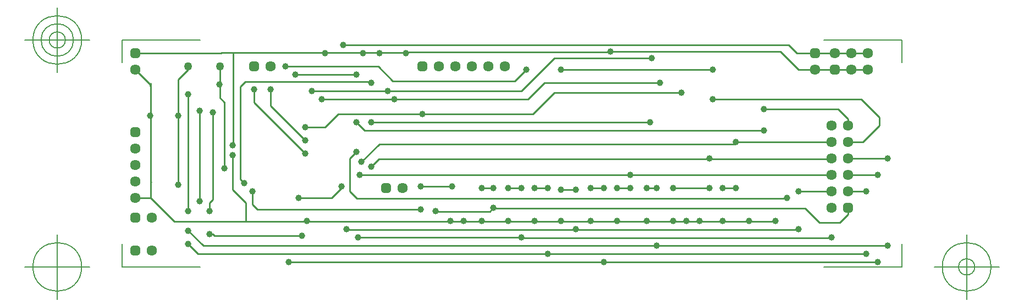
<source format=gbr>
G04 Generated by Ultiboard 11.0 *
%FSLAX25Y25*%
%MOIN*%

%ADD10C,0.01000*%
%ADD11C,0.00500*%
%ADD12C,0.03937*%
%ADD13C,0.06334*%
%ADD14R,0.02083X0.02083*%
%ADD15C,0.03917*%
%ADD16C,0.05000*%


G04 ColorRGB 0000FF for the following layer *
%LNCopper Bottom*%
%LPD*%
%FSLAX25Y25*%
%MOIN*%
G54D10*
X172350Y130450D02*
X295750Y130450D01*
X414000Y35600D02*
X225250Y35600D01*
X320000Y88000D02*
X151000Y88000D01*
X262000Y127000D02*
X242000Y107000D01*
X155750Y74750D02*
X370750Y74750D01*
X242250Y17750D02*
X429500Y17750D01*
X101000Y3000D02*
X292000Y3000D01*
X144000Y56000D02*
X308000Y56000D01*
X155700Y65700D02*
X429700Y65700D01*
X250000Y48000D02*
X258000Y48000D01*
X142250Y41700D02*
X402700Y41700D01*
X136000Y22750D02*
X409750Y22750D01*
X49200Y12800D02*
X323750Y12800D01*
X46000Y8000D02*
X258000Y8000D01*
X31500Y27700D02*
X395700Y27700D01*
X389000Y83000D02*
X146900Y83000D01*
X256000Y112000D02*
X246000Y102000D01*
X261900Y105900D02*
X249000Y93000D01*
X134000Y135000D02*
X403900Y135000D01*
X155150Y121850D02*
X99200Y121850D01*
X142000Y117000D02*
X105000Y117000D01*
X82000Y35000D02*
X181000Y35000D01*
X107000Y42000D02*
X127000Y42000D01*
X127000Y42000D02*
X133000Y48000D01*
X60300Y130300D02*
X172000Y130300D01*
X131000Y93000D02*
X123000Y85000D01*
X121000Y102000D02*
X246000Y102000D01*
X160850Y106850D02*
X115000Y106850D01*
X74500Y112550D02*
X150450Y112550D01*
X67100Y74100D02*
X67100Y129900D01*
X109000Y19000D02*
X56000Y19000D01*
X59167Y102833D02*
X62000Y100000D01*
X62000Y100000D02*
X62000Y60000D01*
X40000Y105000D02*
X40000Y34000D01*
X47000Y40000D02*
X47000Y95000D01*
X55000Y94000D02*
X55000Y41000D01*
X34000Y92000D02*
X34000Y50000D01*
X17400Y41800D02*
X17400Y111450D01*
X17400Y41800D02*
X31500Y27700D01*
X17400Y42450D02*
X16950Y42000D01*
X16950Y42000D02*
X8000Y42000D01*
X17400Y42450D02*
X17400Y51400D01*
X17550Y51550D02*
X17650Y51550D01*
X17550Y51550D02*
X17400Y51400D01*
X49200Y12800D02*
X40000Y22000D01*
X40000Y14000D02*
X46000Y8000D01*
X56000Y19000D02*
X55000Y20000D01*
X55000Y20000D02*
X53000Y20000D01*
X55000Y41000D02*
X53000Y39000D01*
X53000Y39000D02*
X53000Y34000D01*
X8000Y120000D02*
X17000Y111000D01*
X17000Y111000D02*
X17000Y110000D01*
X34000Y114000D02*
X34000Y92000D01*
X40000Y122000D02*
X40000Y120000D01*
X40000Y120000D02*
X34000Y114000D01*
X59167Y102833D02*
X59167Y122000D01*
X67000Y47000D02*
X67000Y68000D01*
X71500Y53300D02*
X71500Y109550D01*
X75000Y39000D02*
X75000Y28000D01*
X82000Y35000D02*
X79000Y38000D01*
X79000Y38000D02*
X79000Y46000D01*
X67000Y47000D02*
X75000Y39000D01*
X73800Y50950D02*
X73800Y51000D01*
X71500Y53300D02*
X73800Y51000D01*
X111000Y77000D02*
X90000Y98000D01*
X111000Y69000D02*
X80000Y100000D01*
X67100Y74100D02*
X67000Y74000D01*
X80000Y100000D02*
X80000Y108000D01*
X71500Y109550D02*
X74500Y112550D01*
X90000Y98000D02*
X90000Y108000D01*
X123000Y85000D02*
X111000Y85000D01*
X8000Y130000D02*
X60000Y130000D01*
X60300Y130300D02*
X60000Y130000D01*
X242000Y107000D02*
X161000Y107000D01*
X238000Y113000D02*
X164000Y113000D01*
X222750Y33750D02*
X189850Y33750D01*
X200000Y49000D02*
X181000Y49000D01*
X143000Y18100D02*
X241900Y18100D01*
X131000Y93000D02*
X249000Y93000D01*
X155750Y74750D02*
X145000Y64000D01*
X155700Y65700D02*
X151000Y61000D01*
X138000Y45950D02*
X138000Y66000D01*
X142250Y41700D02*
X138000Y45950D01*
X133000Y48000D02*
X133000Y49000D01*
X164000Y113000D02*
X155150Y121850D01*
X138000Y66000D02*
X142000Y70000D01*
X142000Y88000D02*
X147000Y83000D01*
X150450Y112550D02*
X151000Y112000D01*
X160850Y106850D02*
X161000Y107000D01*
X218000Y48000D02*
X225000Y48000D01*
X242250Y17750D02*
X241900Y18100D01*
X234000Y48000D02*
X242000Y48000D01*
X225000Y35850D02*
X224950Y35850D01*
X225250Y35600D02*
X225000Y35850D01*
X222750Y33750D02*
X225000Y36000D01*
X245000Y120000D02*
X238000Y113000D01*
X172350Y130450D02*
X172100Y130200D01*
X172100Y130200D02*
X172000Y130300D01*
X358000Y102000D02*
X448000Y102000D01*
X308000Y56000D02*
X430000Y56000D01*
X372000Y76000D02*
X430000Y76000D01*
X258000Y8000D02*
X451000Y8000D01*
X292000Y3000D02*
X458000Y3000D01*
X324000Y13050D02*
X463950Y13050D01*
X296000Y131000D02*
X399000Y131000D01*
X321000Y127000D02*
X262000Y127000D01*
X256000Y112000D02*
X326000Y112000D01*
X358000Y120000D02*
X267000Y120000D01*
X339100Y105900D02*
X261900Y105900D01*
X284000Y48000D02*
X292000Y48000D01*
X266000Y47000D02*
X275000Y47000D01*
X300000Y48000D02*
X308000Y48000D01*
X334000Y48000D02*
X356000Y48000D01*
X323750Y12800D02*
X324000Y13050D01*
X318000Y48000D02*
X324000Y48000D01*
X364000Y48000D02*
X372000Y48000D01*
X370750Y74750D02*
X372000Y76000D01*
X399000Y131000D02*
X410000Y120000D01*
X449000Y76000D02*
X440000Y76000D01*
X434000Y96000D02*
X440000Y90000D01*
X440000Y86000D02*
X440000Y90000D01*
X440000Y66000D02*
X464000Y66000D01*
X440000Y56000D02*
X458000Y56000D01*
X440000Y46000D02*
X451000Y46000D01*
X435000Y27000D02*
X440000Y32000D01*
X440000Y32000D02*
X440000Y36000D01*
X410000Y120000D02*
X452000Y120000D01*
X430000Y46000D02*
X410000Y46000D01*
X409750Y22750D02*
X410000Y23000D01*
X395700Y27700D02*
X396000Y28000D01*
X402700Y41700D02*
X403000Y42000D01*
X414000Y35600D02*
X422600Y27000D01*
X422600Y27000D02*
X435000Y27000D01*
X389000Y96000D02*
X434000Y96000D01*
X429700Y65700D02*
X430000Y66000D01*
X463950Y13050D02*
X464000Y13000D01*
X448000Y102000D02*
X459000Y91000D01*
X459000Y86000D02*
X449000Y76000D01*
X459000Y91000D02*
X459000Y86000D01*
X408900Y130000D02*
X452000Y130000D01*
X403900Y135000D02*
X408900Y130000D01*
G54D11*
X0Y0D02*
X0Y13797D01*
X0Y0D02*
X47244Y0D01*
X472441Y0D02*
X425197Y0D01*
X472441Y0D02*
X472441Y13797D01*
X472441Y137969D02*
X472441Y124172D01*
X472441Y137969D02*
X425197Y137969D01*
X0Y137969D02*
X47244Y137969D01*
X0Y137969D02*
X0Y124172D01*
X-19685Y0D02*
X-59055Y0D01*
X-39370Y-19685D02*
X-39370Y19685D01*
X-54134Y0D02*
G75*
D01*
G02X-54134Y0I14764J0*
G01*
X492126Y0D02*
X531496Y0D01*
X511811Y-19685D02*
X511811Y19685D01*
X497047Y0D02*
G75*
D01*
G02X497047Y0I14764J0*
G01*
X506890Y0D02*
G75*
D01*
G02X506890Y0I4921J0*
G01*
X-19685Y137969D02*
X-59055Y137969D01*
X-39370Y118283D02*
X-39370Y157654D01*
X-54134Y137969D02*
G75*
D01*
G02X-54134Y137969I14764J0*
G01*
X-49213Y137969D02*
G75*
D01*
G02X-49213Y137969I9843J0*
G01*
X-44291Y137969D02*
G75*
D01*
G02X-44291Y137969I4921J0*
G01*
G54D12*
X250000Y28000D03*
X250000Y48000D03*
X62000Y60000D03*
X34000Y50000D03*
X40000Y34000D03*
X53000Y34000D03*
X40000Y14000D03*
X40000Y22000D03*
X53000Y20000D03*
X47000Y40000D03*
X34000Y92000D03*
X17000Y92000D03*
X47000Y95000D03*
X55000Y94000D03*
X40000Y105000D03*
X59000Y111000D03*
X79000Y46000D03*
X74000Y51000D03*
X112000Y28000D03*
X109000Y19000D03*
X101000Y3000D03*
X107000Y42000D03*
X67000Y74000D03*
X67000Y68000D03*
X80000Y108000D03*
X90000Y108000D03*
X111000Y85000D03*
X111000Y77000D03*
X111000Y69000D03*
X99000Y122000D03*
X105000Y117000D03*
X115000Y107000D03*
X121000Y102000D03*
X123000Y130000D03*
X190000Y34000D03*
X151000Y61000D03*
X145000Y64000D03*
X143000Y18000D03*
X136000Y23000D03*
X144000Y56000D03*
X133000Y49000D03*
X181000Y49000D03*
X181000Y35000D03*
X142000Y70000D03*
X142000Y88000D03*
X151000Y88000D03*
X142000Y117000D03*
X151000Y112000D03*
X182000Y93000D03*
X161000Y107000D03*
X165000Y102000D03*
X218000Y28000D03*
X218000Y48000D03*
X207000Y28000D03*
X199000Y28000D03*
X200000Y49000D03*
X234000Y28000D03*
X242000Y18000D03*
X234000Y48000D03*
X225000Y48000D03*
X225000Y36000D03*
X242000Y48000D03*
X245000Y120000D03*
X156000Y130000D03*
X134000Y135000D03*
X146000Y130000D03*
X172000Y130000D03*
X380000Y28000D03*
X321000Y127000D03*
X284000Y28000D03*
X284000Y48000D03*
X266000Y28000D03*
X258000Y8000D03*
X275000Y23000D03*
X266000Y47000D03*
X258000Y48000D03*
X275000Y47000D03*
X300000Y28000D03*
X292000Y3000D03*
X300000Y48000D03*
X292000Y48000D03*
X308000Y48000D03*
X308000Y56000D03*
X266000Y120000D03*
X324000Y13000D03*
X318000Y28000D03*
X342000Y28000D03*
X334000Y28000D03*
X318000Y48000D03*
X324000Y48000D03*
X334000Y48000D03*
X364000Y28000D03*
X350000Y28000D03*
X364000Y48000D03*
X356000Y48000D03*
X372000Y48000D03*
X320000Y88000D03*
X326000Y112000D03*
X339000Y106000D03*
X356000Y66000D03*
X372000Y76000D03*
X358000Y102000D03*
X358000Y120000D03*
X296000Y131000D03*
X410000Y46000D03*
X410000Y23000D03*
X396000Y28000D03*
X403000Y42000D03*
X430000Y18000D03*
X389000Y96000D03*
X389000Y83000D03*
X458000Y3000D03*
X451000Y8000D03*
X464000Y13000D03*
X458000Y56000D03*
X451000Y46000D03*
X464000Y66000D03*
G54D13*
X8000Y120000D03*
X90000Y122000D03*
X8000Y62000D03*
X8000Y42000D03*
X8000Y52000D03*
X8000Y72000D03*
X18000Y30000D03*
X18000Y10000D03*
X192000Y122000D03*
X222000Y122000D03*
X202000Y122000D03*
X212000Y122000D03*
X232000Y122000D03*
X170000Y48000D03*
X442000Y130000D03*
X432000Y130000D03*
X452000Y130000D03*
X442000Y120000D03*
X452000Y120000D03*
X420000Y120000D03*
X440000Y66000D03*
X440000Y46000D03*
X440000Y56000D03*
X440000Y76000D03*
X440000Y86000D03*
X430000Y66000D03*
X430000Y46000D03*
X430000Y36000D03*
X430000Y56000D03*
X430000Y76000D03*
X430000Y86000D03*
G54D14*
X8000Y130000D03*
X80000Y122000D03*
X8000Y82000D03*
X8000Y30000D03*
X8000Y10000D03*
X182000Y122000D03*
X160000Y48000D03*
X432000Y120000D03*
X420000Y130000D03*
X440000Y36000D03*
G54D15*
X6959Y128959D02*
X9041Y128959D01*
X9041Y131041D01*
X6959Y131041D01*
X6959Y128959D01*D02*
X78959Y120959D02*
X81041Y120959D01*
X81041Y123041D01*
X78959Y123041D01*
X78959Y120959D01*D02*
X6959Y80959D02*
X9041Y80959D01*
X9041Y83041D01*
X6959Y83041D01*
X6959Y80959D01*D02*
X6959Y28959D02*
X9041Y28959D01*
X9041Y31041D01*
X6959Y31041D01*
X6959Y28959D01*D02*
X6959Y8959D02*
X9041Y8959D01*
X9041Y11041D01*
X6959Y11041D01*
X6959Y8959D01*D02*
X180959Y120959D02*
X183041Y120959D01*
X183041Y123041D01*
X180959Y123041D01*
X180959Y120959D01*D02*
X158959Y46959D02*
X161041Y46959D01*
X161041Y49041D01*
X158959Y49041D01*
X158959Y46959D01*D02*
X430959Y118959D02*
X433041Y118959D01*
X433041Y121041D01*
X430959Y121041D01*
X430959Y118959D01*D02*
X418959Y128959D02*
X421041Y128959D01*
X421041Y131041D01*
X418959Y131041D01*
X418959Y128959D01*D02*
X438959Y34959D02*
X441041Y34959D01*
X441041Y37041D01*
X438959Y37041D01*
X438959Y34959D01*D02*
G54D16*
X40000Y122000D03*
X59167Y122000D03*

M00*

</source>
